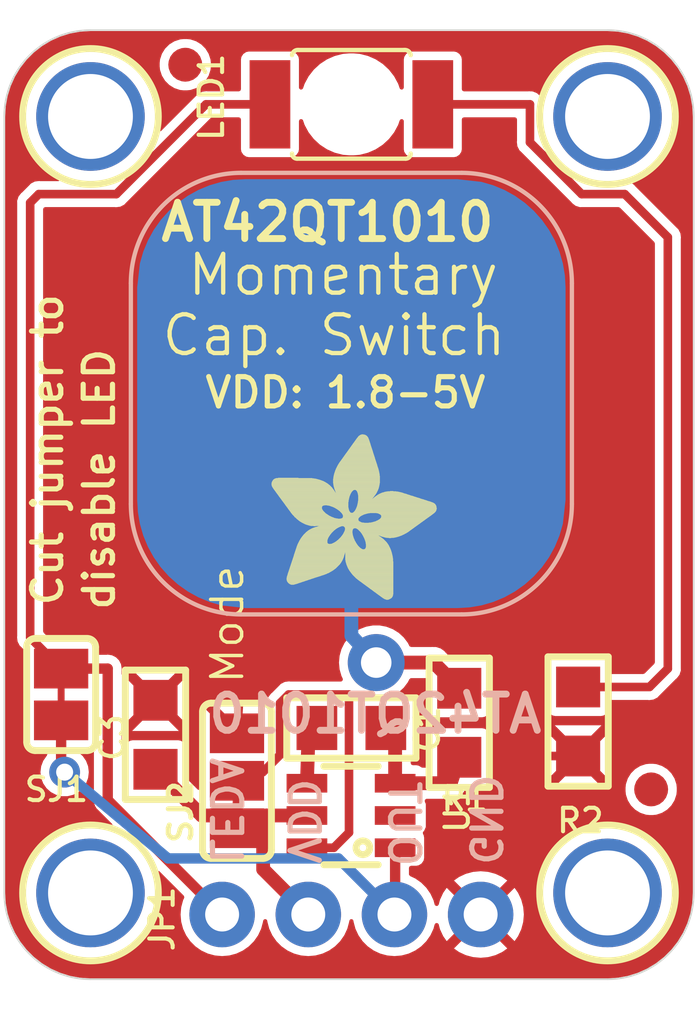
<source format=kicad_pcb>
(kicad_pcb (version 20221018) (generator pcbnew)
  (layers (0 "F.Cu" signal) (31 "B.Cu" signal) (34 "B.Paste" user) (35 "F.Paste" user) (36 "B.SilkS" user "B.Silkscreen") (37 "F.SilkS" user "F.Silkscreen") (38 "B.Mask" user) (39 "F.Mask" user) (44 "Edge.Cuts" user))
  (net 0 "")
  (net 1 "CAPPAD")
  (net 2 "GND")
  (net 3 "N$3")
  (net 4 "N$4")
  (net 5 "VDD")
  (net 6 "N$6")
  (net 7 "LEDA")
  (net 8 "OUT")
  (footprint "working:SOLDERJUMPER_CLOSEDWIRE" (layer "F.Cu") (at 140.0161 110.5916 90)
    (fp_text reference "SJ1" (at -2.794 -1.143) (layer "F.SilkS") (effects (font (size 0.692831 0.692831) (thickness 0.119969)) (justify left)))
    (fp_text value "LED")
    (pad "1" smd rect (at -0.762 0 90) (size 1.1684 1.6002) (layers "F.Cu" "F.Mask") (net 8 "OUT"))
    (pad "2" smd rect (at 0.762 0 90) (size 1.1684 1.6002) (layers "F.Cu" "F.Mask") (net 7 "LEDA"))
    (pad "WIRE" smd rect (at 0 0 90) (size 0.635 0.2032) (layers "F.Cu" "F.Mask"))
  )
  (footprint "working:MOUNTINGHOLE_2.5_PLATED" (layer "F.Cu") (at 140.8811 116.4336)
    (fp_text reference "U$9" hide)
    (fp_text value "MOUNTINGHOLE2.5" hide)
    (pad "P$1" thru_hole circle (at 0 0) (size 3.2 3.2) (drill 2.5) (layers "*.Cu" "*.Mask"))
    (zone (net 0) (net_name "") (layer "F.Cu") (connect_pads (clearance 0)) (min_thickness 0.25)
      (keepout (tracks not_allowed) (vias not_allowed) (pads not_allowed) (copperpour not_allowed) (footprints allowed))
      (fill (thermal_gap 0.5) (thermal_bridge_width 0.5))
      (polygon (pts (xy 142.8971 116.4336) (xy 142.87748 116.153027) (xy 142.819004 115.877915) (xy 142.722808 115.613619) (xy 142.590765 115.365283) (xy 142.425446 115.13774) (xy 142.230067 114.93542) (xy 142.008433 114.76226) (xy 141.764856 114.621631) (xy 141.504078 114.51627) (xy 141.231175 114.448228) (xy 140.951457 114.418828) (xy 140.670371 114.428644) (xy 140.393385 114.477484) (xy 140.125893 114.564397) (xy 139.8731 114.687693) (xy 139.639926 114.84497) (xy 139.430911 115.033169) (xy 139.250122 115.248625) (xy 139.101078 115.487145) (xy 138.98668 115.744087) (xy 138.909154 116.01445) (xy 138.870011 116.292971) (xy 138.870011 116.574229) (xy 138.909154 116.85275) (xy 138.98668 117.123113) (xy 139.101078 117.380055) (xy 139.250122 117.618575) (xy 139.430911 117.834031) (xy 139.639926 118.02223) (xy 139.8731 118.179507) (xy 140.125893 118.302803) (xy 140.393385 118.389716) (xy 140.670371 118.438556) (xy 140.951457 118.448372) (xy 141.231175 118.418972) (xy 141.504078 118.35093) (xy 141.764856 118.245569) (xy 142.008433 118.10494) (xy 142.230067 117.93178) (xy 142.425446 117.72946) (xy 142.590765 117.501917) (xy 142.722808 117.253581) (xy 142.819004 116.989285) (xy 142.87748 116.714173)))
      (polygon (pts (xy 140.8651 116.4336) (xy 140.869786 116.444914) (xy 140.8811 116.4496) (xy 140.892414 116.444914) (xy 140.8971 116.4336) (xy 140.892414 116.422286) (xy 140.8811 116.4176) (xy 140.869786 116.422286)))
    )
  )
  (footprint "working:MOUNTINGHOLE_2.5_PLATED" (layer "F.Cu") (at 156.1211 116.4336)
    (fp_text reference "U$6" hide)
    (fp_text value "MOUNTINGHOLE2.5" hide)
    (pad "P$1" thru_hole circle (at 0 0) (size 3.2 3.2) (drill 2.5) (layers "*.Cu" "*.Mask"))
    (zone (net 0) (net_name "") (layer "F.Cu") (connect_pads (clearance 0)) (min_thickness 0.25)
      (keepout (tracks not_allowed) (vias not_allowed) (pads not_allowed) (copperpour not_allowed) (footprints allowed))
      (fill (thermal_gap 0.5) (thermal_bridge_width 0.5))
      (polygon (pts (xy 158.1371 116.4336) (xy 158.11748 116.153027) (xy 158.059004 115.877915) (xy 157.962808 115.613619) (xy 157.830765 115.365283) (xy 157.665446 115.13774) (xy 157.470067 114.93542) (xy 157.248433 114.76226) (xy 157.004856 114.621631) (xy 156.744078 114.51627) (xy 156.471175 114.448228) (xy 156.191457 114.418828) (xy 155.910371 114.428644) (xy 155.633385 114.477484) (xy 155.365893 114.564397) (xy 155.1131 114.687693) (xy 154.879926 114.84497) (xy 154.670911 115.033169) (xy 154.490122 115.248625) (xy 154.341078 115.487145) (xy 154.22668 115.744087) (xy 154.149154 116.01445) (xy 154.110011 116.292971) (xy 154.110011 116.574229) (xy 154.149154 116.85275) (xy 154.22668 117.123113) (xy 154.341078 117.380055) (xy 154.490122 117.618575) (xy 154.670911 117.834031) (xy 154.879926 118.02223) (xy 155.1131 118.179507) (xy 155.365893 118.302803) (xy 155.633385 118.389716) (xy 155.910371 118.438556) (xy 156.191457 118.448372) (xy 156.471175 118.418972) (xy 156.744078 118.35093) (xy 157.004856 118.245569) (xy 157.248433 118.10494) (xy 157.470067 117.93178) (xy 157.665446 117.72946) (xy 157.830765 117.501917) (xy 157.962808 117.253581) (xy 158.059004 116.989285) (xy 158.11748 116.714173)))
      (polygon (pts (xy 156.1051 116.4336) (xy 156.109786 116.444914) (xy 156.1211 116.4496) (xy 156.132414 116.444914) (xy 156.1371 116.4336) (xy 156.132414 116.422286) (xy 156.1211 116.4176) (xy 156.109786 116.422286)))
    )
  )
  (footprint "working:SOLDERJUMPER_2WAY_OPEN_NOPASTE" (layer "F.Cu") (at 145.1991 113.1316 90)
    (fp_text reference "SJ2" (at -1.905 -1.27 90) (layer "F.SilkS") (effects (font (size 0.666496 0.666496) (thickness 0.146304)) (justify left bottom)))
    (fp_text value "MODE")
    (pad "1" smd rect (at -1.397 0 90) (size 1.1684 1.6002) (layers "F.Cu" "F.Mask") (net 5 "VDD"))
    (pad "2" smd rect (at 0 0 90) (size 1.1684 1.6002) (layers "F.Cu" "F.Paste" "F.Mask") (net 5 "VDD"))
    (pad "3" smd rect (at 1.397 0 90) (size 1.1684 1.6002) (layers "F.Cu" "F.Mask") (net 2 "GND"))
  )
  (footprint "working:1X04_ROUND_76" (layer "F.Cu") (at 148.5711 117.0686)
    (fp_text reference "JP1" (at -5.5818 1.1492 90) (layer "F.SilkS") (effects (font (size 0.692831 0.692831) (thickness 0.119969)) (justify left)))
    (fp_text value "")
    (pad "1" thru_hole circle (at -3.81 0 90) (size 1.9304 1.9304) (drill 1) (layers "*.Cu" "*.Mask") (net 7 "LEDA"))
    (pad "2" thru_hole circle (at -1.27 0 90) (size 1.9304 1.9304) (drill 1) (layers "*.Cu" "*.Mask") (net 5 "VDD"))
    (pad "3" thru_hole circle (at 1.27 0 90) (size 1.9304 1.9304) (drill 1) (layers "*.Cu" "*.Mask") (net 8 "OUT"))
    (pad "4" thru_hole circle (at 3.81 0 90) (size 1.9304 1.9304) (drill 1) (layers "*.Cu" "*.Mask") (net 2 "GND"))
  )
  (footprint "working:PLCC2_REVMOUNT" (layer "F.Cu") (at 148.5711 93.2166 180)
    (fp_text reference "LED1" (at 4.125 1.558 90) (layer "F.SilkS") (effects (font (size 0.692831 0.692831) (thickness 0.119969)) (justify right)))
    (fp_text value "LS T77K-J1L2-1-0-2-R18-Z")
    (pad "" np_thru_hole circle (at 0 0 180) (size 2.5 2.5) (drill 2.5) (layers "*.Cu" "*.Mask"))
    (pad "A" smd rect (at 2.4 0 180) (size 1.2 2.6) (layers "F.Cu" "F.Paste" "F.Mask") (net 7 "LEDA"))
    (pad "K" smd rect (at -2.4 0 180) (size 1.2 2.6) (layers "F.Cu" "F.Paste" "F.Mask") (net 6 "N$6"))
  )
  (footprint "working:MOUNTINGHOLE_2.5_PLATED" (layer "F.Cu") (at 156.1211 93.5736)
    (fp_text reference "U$10" hide)
    (fp_text value "MOUNTINGHOLE2.5" hide)
    (pad "P$1" thru_hole circle (at 0 0) (size 3.2 3.2) (drill 2.5) (layers "*.Cu" "*.Mask"))
    (zone (net 0) (net_name "") (layer "F.Cu") (connect_pads (clearance 0)) (min_thickness 0.25)
      (keepout (tracks not_allowed) (vias not_allowed) (pads not_allowed) (copperpour not_allowed) (footprints allowed))
      (fill (thermal_gap 0.5) (thermal_bridge_width 0.5))
      (polygon (pts (xy 158.1371 93.5736) (xy 158.11748 93.293027) (xy 158.059004 93.017915) (xy 157.962808 92.753619) (xy 157.830765 92.505283) (xy 157.665446 92.27774) (xy 157.470067 92.07542) (xy 157.248433 91.90226) (xy 157.004856 91.761631) (xy 156.744078 91.65627) (xy 156.471175 91.588228) (xy 156.191457 91.558828) (xy 155.910371 91.568644) (xy 155.633385 91.617484) (xy 155.365893 91.704397) (xy 155.1131 91.827693) (xy 154.879926 91.98497) (xy 154.670911 92.173169) (xy 154.490122 92.388625) (xy 154.341078 92.627145) (xy 154.22668 92.884087) (xy 154.149154 93.15445) (xy 154.110011 93.432971) (xy 154.110011 93.714229) (xy 154.149154 93.99275) (xy 154.22668 94.263113) (xy 154.341078 94.520055) (xy 154.490122 94.758575) (xy 154.670911 94.974031) (xy 154.879926 95.16223) (xy 155.1131 95.319507) (xy 155.365893 95.442803) (xy 155.633385 95.529716) (xy 155.910371 95.578556) (xy 156.191457 95.588372) (xy 156.471175 95.558972) (xy 156.744078 95.49093) (xy 157.004856 95.385569) (xy 157.248433 95.24494) (xy 157.470067 95.07178) (xy 157.665446 94.86946) (xy 157.830765 94.641917) (xy 157.962808 94.393581) (xy 158.059004 94.129285) (xy 158.11748 93.854173)))
      (polygon (pts (xy 156.1051 93.5736) (xy 156.109786 93.584914) (xy 156.1211 93.5896) (xy 156.132414 93.584914) (xy 156.1371 93.5736) (xy 156.132414 93.562286) (xy 156.1211 93.5576) (xy 156.109786 93.562286)))
    )
  )
  (footprint "working:_0805" (layer "F.Cu") (at 151.7511 111.4236 90)
    (fp_text reference "R1" (at -2.24 0.9175) (layer "F.SilkS") (effects (font (size 0.692831 0.692831) (thickness 0.119969)) (justify right)))
    (fp_text value "10K")
    (pad "1" smd rect (at -1.016 0 90) (size 1.2 1.3) (layers "F.Cu" "F.Paste" "F.Mask") (net 4 "N$4"))
    (pad "2" smd rect (at 1.016 0 90) (size 1.2 1.3) (layers "F.Cu" "F.Paste" "F.Mask") (net 1 "CAPPAD"))
  )
  (footprint "working:FIDUCIAL_1MM" (layer "F.Cu") (at 157.4071 113.3856)
    (fp_text reference "FID1" hide)
    (fp_text value "FIDUCIAL\"\"" hide)
    (pad "1" smd roundrect (at 0 0) (size 1 1) (layers "F.Cu" "F.Mask") (roundrect_rratio 0.5))
  )
  (footprint "working:_0805" (layer "F.Cu") (at 142.7971 111.7776 90)
    (fp_text reference "C3" (at -0.8375 -1.27 90) (layer "F.SilkS") (effects (font (size 0.692831 0.692831) (thickness 0.119969)) (justify left)))
    (fp_text value "0.1µF")
    (pad "1" smd rect (at -1.016 0 90) (size 1.2 1.3) (layers "F.Cu" "F.Paste" "F.Mask") (net 5 "VDD"))
    (pad "2" smd rect (at 1.016 0 90) (size 1.2 1.3) (layers "F.Cu" "F.Paste" "F.Mask") (net 2 "GND"))
  )
  (footprint "working:_0805" (layer "F.Cu") (at 148.5711 111.5776 180)
    (fp_text reference "C1" (at -2.24 0.7175 90) (layer "F.SilkS") (effects (font (size 0.692831 0.692831) (thickness 0.119969)) (justify right)))
    (fp_text value "22nF")
    (pad "1" smd rect (at -1.016 0 180) (size 1.2 1.3) (layers "F.Cu" "F.Paste" "F.Mask") (net 4 "N$4"))
    (pad "2" smd rect (at 1.016 0 180) (size 1.2 1.3) (layers "F.Cu" "F.Paste" "F.Mask") (net 3 "N$3"))
  )
  (footprint "working:SOT23-6" (layer "F.Cu") (at 148.5611 114.1536 90)
    (fp_text reference "U1" (at -0.579 3.13 90) (layer "F.SilkS") (effects (font (size 0.692831 0.692831) (thickness 0.119969)) (justify left)))
    (fp_text value "AT42QT1010")
    (pad "1" smd rect (at -0.95 1.3 90) (size 0.55 1.2) (layers "F.Cu" "F.Paste" "F.Mask") (net 8 "OUT"))
    (pad "2" smd rect (at 0 1.3 90) (size 0.55 1.2) (layers "F.Cu" "F.Paste" "F.Mask") (net 2 "GND"))
    (pad "3" smd rect (at 0.95 1.3 90) (size 0.55 1.2) (layers "F.Cu" "F.Paste" "F.Mask") (net 4 "N$4"))
    (pad "4" smd rect (at 0.95 -1.3 90) (size 0.55 1.2) (layers "F.Cu" "F.Paste" "F.Mask") (net 3 "N$3"))
    (pad "5" smd rect (at 0 -1.3 90) (size 0.55 1.2) (layers "F.Cu" "F.Paste" "F.Mask") (net 5 "VDD"))
    (pad "6" smd rect (at -0.95 -1.3 90) (size 0.55 1.2) (layers "F.Cu" "F.Paste" "F.Mask") (net 5 "VDD"))
  )
  (footprint "working:_0805" (layer "F.Cu") (at 155.2551 111.3866 -90)
    (fp_text reference "R2" (at 2.917 0.6885) (layer "F.SilkS") (effects (font (size 0.692831 0.692831) (thickness 0.119969)) (justify left)))
    (fp_text value "1K")
    (pad "1" smd rect (at -1.016 0 270) (size 1.2 1.3) (layers "F.Cu" "F.Paste" "F.Mask") (net 6 "N$6"))
    (pad "2" smd rect (at 1.016 0 270) (size 1.2 1.3) (layers "F.Cu" "F.Paste" "F.Mask") (net 2 "GND"))
  )
  (footprint "working:ADAFRUIT_5MM" (layer "F.Cu") (at 146.2151 107.7976)
    (fp_text reference "U$12" hide)
    (fp_text value "" hide)
  )
  (footprint "working:FIDUCIAL_1MM" (layer "F.Cu") (at 143.6751 92.0496)
    (fp_text reference "FID2" hide)
    (fp_text value "FIDUCIAL\"\"" hide)
    (pad "1" smd roundrect (at 0 0) (size 1 1) (layers "F.Cu" "F.Mask") (roundrect_rratio 0.5))
  )
  (footprint "working:MOUNTINGHOLE_2.5_PLATED" (layer "F.Cu") (at 140.8811 93.5736)
    (fp_text reference "U$11" hide)
    (fp_text value "MOUNTINGHOLE2.5" hide)
    (pad "P$1" thru_hole circle (at 0 0) (size 3.2 3.2) (drill 2.5) (layers "*.Cu" "*.Mask"))
    (zone (net 0) (net_name "") (layer "F.Cu") (connect_pads (clearance 0)) (min_thickness 0.25)
      (keepout (tracks not_allowed) (vias not_allowed) (pads not_allowed) (copperpour not_allowed) (footprints allowed))
      (fill (thermal_gap 0.5) (thermal_bridge_width 0.5))
      (polygon (pts (xy 142.8971 93.5736) (xy 142.87748 93.293027) (xy 142.819004 93.017915) (xy 142.722808 92.753619) (xy 142.590765 92.505283) (xy 142.425446 92.27774) (xy 142.230067 92.07542) (xy 142.008433 91.90226) (xy 141.764856 91.761631) (xy 141.504078 91.65627) (xy 141.231175 91.588228) (xy 140.951457 91.558828) (xy 140.670371 91.568644) (xy 140.393385 91.617484) (xy 140.125893 91.704397) (xy 139.8731 91.827693) (xy 139.639926 91.98497) (xy 139.430911 92.173169) (xy 139.250122 92.388625) (xy 139.101078 92.627145) (xy 138.98668 92.884087) (xy 138.909154 93.15445) (xy 138.870011 93.432971) (xy 138.870011 93.714229) (xy 138.909154 93.99275) (xy 138.98668 94.263113) (xy 139.101078 94.520055) (xy 139.250122 94.758575) (xy 139.430911 94.974031) (xy 139.639926 95.16223) (xy 139.8731 95.319507) (xy 140.125893 95.442803) (xy 140.393385 95.529716) (xy 140.670371 95.578556) (xy 140.951457 95.588372) (xy 141.231175 95.558972) (xy 141.504078 95.49093) (xy 141.764856 95.385569) (xy 142.008433 95.24494) (xy 142.230067 95.07178) (xy 142.425446 94.86946) (xy 142.590765 94.641917) (xy 142.722808 94.393581) (xy 142.819004 94.129285) (xy 142.87748 93.854173)))
      (polygon (pts (xy 140.8651 93.5736) (xy 140.869786 93.584914) (xy 140.8811 93.5896) (xy 140.892414 93.584914) (xy 140.8971 93.5736) (xy 140.892414 93.562286) (xy 140.8811 93.5576) (xy 140.869786 93.562286)))
    )
  )
  (footprint "working:CAPTOUCH_SIMPLE_12.5MM" (layer "B.Cu") (at 148.5711 101.7336 180)
    (fp_text reference "SW1" hide)
    (fp_text value "Cap pad" hide)
    (fp_poly (pts (xy 3.48201 6.293551) (xy 3.83453 6.233655) (xy 4.178128 6.134666) (xy 4.508482 5.99783) (xy 4.821437 5.824865) (xy 5.11306 5.617948) (xy 5.379681 5.379681) (xy 5.617948 5.11306) (xy 5.824865 4.821437) (xy 5.99783 4.508482) (xy 6.134666 4.178128) (xy 6.234151 3.83281) (xy 6.3135 3.128566) (xy 6.3135 -3.126782) (xy 6.293551 -3.48201) (xy 6.233655 -3.83453) (xy 6.134666 -4.178128) (xy 5.99783 -4.508482) (xy 5.824865 -4.821437) (xy 5.617948 -5.11306) (xy 5.379681 -5.379681) (xy 5.11306 -5.617948) (xy 4.821437 -5.824865) (xy 4.508482 -5.99783) (xy 4.178128 -6.134666) (xy 3.83281 -6.234151) (xy 3.128566 -6.3135) (xy -3.126782 -6.3135) (xy -3.48201 -6.293551) (xy -3.83453 -6.233655) (xy -4.178128 -6.134666) (xy -4.508482 -5.99783) (xy -4.821437 -5.824865) (xy -5.11306 -5.617948) (xy -5.379681 -5.379681) (xy -5.617948 -5.11306) (xy -5.824865 -4.821437) (xy -5.99783 -4.508482) (xy -6.134666 -4.178128) (xy -6.234151 -3.83281) (xy -6.3135 -3.128566) (xy -6.3135 3.126782) (xy -6.293551 3.48201) (xy -6.233655 3.83453) (xy -6.134666 4.178128) (xy -5.99783 4.508482) (xy -5.824865 4.821437) (xy -5.617948 5.11306) (xy -5.379681 5.379681) (xy -5.11306 5.617948) (xy -4.821437 5.824865) (xy -4.508482 5.99783) (xy -4.178128 6.134666) (xy -3.83281 6.234151) (xy -3.128566 6.3135) (xy 3.126782 6.3135)) (fill solid) (layer "F.Cu"))
    (fp_poly (pts (xy 3.48201 6.293551) (xy 3.83453 6.233655) (xy 4.178128 6.134666) (xy 4.508482 5.99783) (xy 4.821437 5.824865) (xy 5.11306 5.617948) (xy 5.379681 5.379681) (xy 5.617948 5.11306) (xy 5.824865 4.821437) (xy 5.99783 4.508482) (xy 6.134666 4.178128) (xy 6.234151 3.83281) (xy 6.3135 3.128566) (xy 6.3135 -3.126782) (xy 6.293551 -3.48201) (xy 6.233655 -3.83453) (xy 6.134666 -4.178128) (xy 5.99783 -4.508482) (xy 5.824865 -4.821437) (xy 5.617948 -5.11306) (xy 5.379681 -5.379681) (xy 5.11306 -5.617948) (xy 4.821437 -5.824865) (xy 4.508482 -5.99783) (xy 4.178128 -6.134666) (xy 3.83281 -6.234151) (xy 3.128566 -6.3135) (xy -3.126782 -6.3135) (xy -3.48201 -6.293551) (xy -3.83453 -6.233655) (xy -4.178128 -6.134666) (xy -4.508482 -5.99783) (xy -4.821437 -5.824865) (xy -5.11306 -5.617948) (xy -5.379681 -5.379681) (xy -5.617948 -5.11306) (xy -5.824865 -4.821437) (xy -5.99783 -4.508482) (xy -6.134666 -4.178128) (xy -6.234151 -3.83281) (xy -6.3135 -3.128566) (xy -6.3135 3.126782) (xy -6.293551 3.48201) (xy -6.233655 3.83453) (xy -6.134666 4.178128) (xy -5.99783 4.508482) (xy -5.824865 4.821437) (xy -5.617948 5.11306) (xy -5.379681 5.379681) (xy -5.11306 5.617948) (xy -4.821437 5.824865) (xy -4.508482 5.99783) (xy -4.178128 6.134666) (xy -3.83281 6.234151) (xy -3.128566 6.3135) (xy 3.126782 6.3135)) (fill solid) (layer "B.Cu"))
    (pad "E" smd rect (at 0 -5.95 180) (size 1.27 0.635) (layers "B.Cu" "B.Paste") (net 1 "CAPPAD"))
    (pad "G" smd rect (at 0 -6.2 180) (size 0.1 0.1) (layers "F.Cu" "F.Paste") (net 2 "GND"))
  )
  (gr_arc (start 140.8811 118.9736) (mid 139.085049 118.229651) (end 138.3411 116.4336) (stroke (width 0.05)) (layer "Edge.Cuts"))
  (gr_line (start 156.1211 118.9736) (end 140.8811 118.9736) (stroke (width 0.05)) (layer "Edge.Cuts"))
  (gr_arc (start 158.6611 116.4336) (mid 157.917151 118.229651) (end 156.1211 118.9736) (stroke (width 0.05)) (layer "Edge.Cuts"))
  (gr_arc (start 156.1211 91.0336) (mid 157.917151 91.777549) (end 158.6611 93.5736) (stroke (width 0.05)) (layer "Edge.Cuts"))
  (gr_line (start 138.3411 116.4336) (end 138.3411 93.5736) (stroke (width 0.05)) (layer "Edge.Cuts"))
  (gr_line (start 140.8811 91.0336) (end 156.1211 91.0336) (stroke (width 0.05)) (layer "Edge.Cuts"))
  (gr_arc (start 138.3411 93.5736) (mid 139.085049 91.777549) (end 140.8811 91.0336) (stroke (width 0.05)) (layer "Edge.Cuts"))
  (gr_line (start 158.6611 93.5736) (end 158.6611 116.4336) (stroke (width 0.05)) (layer "Edge.Cuts"))
  (gr_text "VDD" (at 146.6491 115.6536 -90) (layer "B.SilkS") (effects (font (size 0.8636 0.8636) (thickness 0.1524)) (justify left bottom mirror)))
  (gr_text "OUT" (at 149.6131 115.7336 -90) (layer "B.SilkS") (effects (font (size 0.8636 0.8636) (thickness 0.1524)) (justify left bottom mirror)))
  (gr_text "GND" (at 152.0031 115.6936 -90) (layer "B.SilkS") (effects (font (size 0.8636 0.8636) (thickness 0.1524)) (justify left bottom mirror)))
  (gr_text "LEDA" (at 144.3631 115.6536 -90) (layer "B.SilkS") (effects (font (size 0.8636 0.8636) (thickness 0.1524)) (justify left bottom mirror)))
  (gr_text "AT42QT1010" (at 154.2861 111.7866) (layer "B.SilkS") (effects (font (size 1.0668 1.0668) (thickness 0.2032)) (justify left bottom mirror)))
  (gr_text "disable LED" (at 141.6431 108.1786 90) (layer "F.SilkS") (effects (font (size 0.8636 0.8636) (thickness 0.1524)) (justify left bottom)))
  (gr_text "Cut jumper to" (at 140.1191 108.0516 90) (layer "F.SilkS") (effects (font (size 0.8636 0.8636) (thickness 0.1524)) (justify left bottom)))
  (gr_text "Cap. Switch" (at 142.9131 100.6856) (layer "F.SilkS") (effects (font (size 1.143 1.143) (thickness 0.127)) (justify left bottom)))
  (gr_text "AT42QT1010" (at 142.8561 97.3086) (layer "F.SilkS") (effects (font (size 1.0668 1.0668) (thickness 0.2032)) (justify left bottom)))
  (gr_text "Mode" (at 145.4531 110.3376 90) (layer "F.SilkS") (effects (font (size 0.9144 0.9144) (thickness 0.1016)) (justify left bottom)))
  (gr_text "VDD: 1.8-5V" (at 144.1831 102.2096) (layer "F.SilkS") (effects (font (size 0.8636 0.8636) (thickness 0.1524)) (justify left bottom)))
  (gr_text "Momentary" (at 143.6751 98.9076) (layer "F.SilkS") (effects (font (size 1.143 1.143) (thickness 0.127)) (justify left bottom)))
  (segment (start 151.7511 110.4076) (end 150.9951 109.6516) (width 0.4064) (layer "F.Cu") (net 1))
  (segment (start 150.9951 109.6516) (end 149.3031 109.6516) (width 0.4064) (layer "F.Cu") (net 1))
  (via (at 149.3031 109.6516) (size 1.6764) (drill 0.9) (layers "F.Cu" "B.Cu") (net 1))
  (segment (start 148.5711 107.6836) (end 148.5711 108.8596) (width 0.4064) (layer "B.Cu") (net 1))
  (segment (start 148.5711 108.8596) (end 149.3031 109.6516) (width 0.4064) (layer "B.Cu") (net 1))
  (segment (start 142.807894 96.681422) (end 143.012695 96.420013) (width 1.016) (layer "F.Cu") (net 2))
  (segment (start 154.188666 107.254288) (end 153.936248 107.45588) (width 1.016) (layer "F.Cu") (net 2))
  (segment (start 153.8681 112.4026) (end 155.2551 112.4026) (width 0.254) (layer "F.Cu") (net 2))
  (segment (start 153.8351 112.3696) (end 153.8681 112.4026) (width 0.254) (layer "F.Cu") (net 2))
  (segment (start 155.051049 97.912124) (end 155.0711 98.2436) (width 1.016) (layer "F.Cu") (net 2))
  (segment (start 144.057213 107.758794) (end 143.760995 107.625477) (width 1.016) (layer "F.Cu") (net 2))
  (segment (start 154.756104 96.965611) (end 154.892395 97.268437) (width 1.016) (layer "F.Cu") (net 2))
  (segment (start 152.4211 107.9436) (end 148.6711 107.9436) (width 1.016) (layer "F.Cu") (net 2))
  (segment (start 142.40101 97.585482) (end 142.499805 97.268437) (width 1.016) (layer "F.Cu") (net 2))
  (segment (start 142.3211 98.2436) (end 142.341151 97.912124) (width 1.016) (layer "F.Cu") (net 2))
  (segment (start 154.144687 96.185195) (end 154.379505 96.420013) (width 1.016) (layer "F.Cu") (net 2))
  (segment (start 143.508922 95.980394) (end 143.793111 95.808596) (width 1.016) (layer "F.Cu") (net 2))
  (segment (start 152.979218 95.57351) (end 153.296263 95.672305) (width 1.016) (layer "F.Cu") (net 2))
  (segment (start 145.3371 109.8276) (end 145.4531 107.9336) (width 0.3048) (layer "F.Cu") (net 2))
  (segment (start 152.3211 95.4936) (end 152.3211 95.4936) (width 1.016) (layer "F.Cu") (net 2))
  (segment (start 144.686856 107.913987) (end 144.367341 107.855433) (width 1.016) (layer "F.Cu") (net 2))
  (segment (start 154.379505 96.420013) (end 154.584306 96.681422) (width 1.016) (layer "F.Cu") (net 2))
  (segment (start 144.739624 95.513651) (end 145.0711 95.4936) (width 1.016) (layer "F.Cu") (net 2))
  (segment (start 142.636096 96.965611) (end 142.807894 96.681422) (width 1.016) (layer "F.Cu") (net 2))
  (segment (start 155.0711 105.2436) (end 155.0711 105.2436) (width 1.016) (layer "F.Cu") (net 2))
  (segment (start 148.5711 107.9336) (end 145.4531 107.9336) (width 1.016) (layer "F.Cu") (net 2))
  (segment (start 154.99119 97.585482) (end 155.051049 97.912124) (width 1.016) (layer "F.Cu") (net 2))
  (segment (start 144.095937 95.672305) (end 144.412982 95.57351) (width 1.016) (layer "F.Cu") (net 2))
  (segment (start 152.3211 95.4936) (end 152.652576 95.513651) (width 1.016) (layer "F.Cu") (net 2))
  (segment (start 153.368043 107.760903) (end 153.060543 107.859886) (width 1.016) (layer "F.Cu") (net 2))
  (segment (start 153.883278 95.980394) (end 154.144687 96.185195) (width 1.016) (layer "F.Cu") (net 2))
  (segment (start 154.906134 106.193793) (end 154.776313 106.489598) (width 1.016) (layer "F.Cu") (net 2))
  (segment (start 154.584306 96.681422) (end 154.756104 96.965611) (width 1.016) (layer "F.Cu") (net 2))
  (segment (start 142.340713 105.567844) (end 142.3211 105.2436) (width 1.016) (layer "F.Cu") (net 2))
  (segment (start 153.504287 108.448698) (end 153.64566 108.6506) (width 0.254) (layer "F.Cu") (net 2))
  (segment (start 152.3711 95.5436) (end 152.3211 95.4936) (width 1.016) (layer "F.Cu") (net 2))
  (segment (start 143.483006 107.457427) (end 143.2273 107.257094) (width 1.016) (layer "F.Cu") (net 2))
  (segment (start 154.892395 97.268437) (end 154.99119 97.585482) (width 1.016) (layer "F.Cu") (net 2))
  (segment (start 153.936248 107.45588) (end 153.661371 107.625577) (width 1.016) (layer "F.Cu") (net 2))
  (segment (start 142.797273 106.771694) (end 142.629223 106.493705) (width 1.016) (layer "F.Cu") (net 2))
  (segment (start 143.793111 95.808596) (end 144.095937 95.672305) (width 1.016) (layer "F.Cu") (net 2))
  (segment (start 152.743353 107.921083) (end 152.4211 107.9436) (width 1.016) (layer "F.Cu") (net 2))
  (segment (start 142.499805 97.268437) (end 142.636096 96.965611) (width 1.016) (layer "F.Cu") (net 2))
  (segment (start 152.4211 107.9436) (end 152.4211 107.9436) (width 0.254) (layer "F.Cu") (net 2))
  (segment (start 155.0711 105.2436) (end 155.05461 105.566218) (width 1.016) (layer "F.Cu") (net 2))
  (segment (start 142.495906 106.197487) (end 142.399267 105.887359) (width 1.016) (layer "F.Cu") (net 2))
  (segment (start 153.64566 108.6506) (end 153.749825 108.873984) (width 0.254) (layer "F.Cu") (net 2))
  (segment (start 144.412982 95.57351) (end 144.739624 95.513651) (width 1.016) (layer "F.Cu") (net 2))
  (segment (start 145.0111 107.9336) (end 145.0111 107.9336) (width 1.016) (layer "F.Cu") (net 2))
  (segment (start 143.2273 107.257094) (end 142.997606 107.0274) (width 1.016) (layer "F.Cu") (net 2))
  (segment (start 155.0711 98.2436) (end 155.0711 105.2436) (width 1.016) (layer "F.Cu") (net 2))
  (segment (start 153.599089 95.808596) (end 153.883278 95.980394) (width 1.016) (layer "F.Cu") (net 2))
  (segment (start 145.4531 107.9336) (end 145.0111 107.9336) (width 1.016) (layer "F.Cu") (net 2))
  (segment (start 154.999352 105.884496) (end 154.906134 106.193793) (width 1.016) (layer "F.Cu") (net 2))
  (segment (start 143.760995 107.625477) (end 143.483006 107.457427) (width 1.016) (layer "F.Cu") (net 2))
  (segment (start 153.296263 95.672305) (end 153.599089 95.808596) (width 1.016) (layer "F.Cu") (net 2))
  (segment (start 155.05461 105.566218) (end 154.999352 105.884496) (width 1.016) (layer "F.Cu") (net 2))
  (segment (start 154.611783 106.767599) (end 154.414944 107.02374) (width 1.016) (layer "F.Cu") (net 2))
  (segment (start 142.399267 105.887359) (end 142.340713 105.567844) (width 1.016) (layer "F.Cu") (net 2))
  (segment (start 142.3211 105.2436) (end 142.3211 98.2436) (width 1.016) (layer "F.Cu") (net 2))
  (segment (start 145.0111 107.9336) (end 144.686856 107.913987) (width 1.016) (layer "F.Cu") (net 2))
  (segment (start 152.3711 95.5436) (end 152.3711 95.5436) (width 1.016) (layer "F.Cu") (net 2))
  (segment (start 153.8351 109.3576) (end 153.8351 112.3696) (width 0.254) (layer "F.Cu") (net 2))
  (segment (start 153.8351 112.3696) (end 153.8351 112.3696) (width 0.254) (layer "F.Cu") (net 2))
  (segment (start 142.629223 106.493705) (end 142.495906 106.197487) (width 1.016) (layer "F.Cu") (net 2))
  (segment (start 153.1281 108.13304) (end 153.330002 108.274413) (width 0.254) (layer "F.Cu") (net 2))
  (segment (start 144.367341 107.855433) (end 144.057213 107.758794) (width 1.016) (layer "F.Cu") (net 2))
  (segment (start 153.330002 108.274413) (end 153.504287 108.448698) (width 0.254) (layer "F.Cu") (net 2))
  (segment (start 143.012695 96.420013) (end 143.247513 96.185195) (width 1.016) (layer "F.Cu") (net 2))
  (segment (start 153.749825 108.873984) (end 153.8351 109.3576) (width 0.254) (layer "F.Cu") (net 2))
  (segment (start 152.652576 95.513651) (end 152.979218 95.57351) (width 1.016) (layer "F.Cu") (net 2))
  (segment (start 153.661371 107.625577) (end 153.368043 107.760903) (width 1.016) (layer "F.Cu") (net 2))
  (segment (start 152.666639 107.965082) (end 152.904716 108.028875) (width 0.254) (layer "F.Cu") (net 2))
  (segment (start 142.997606 107.0274) (end 142.797273 106.771694) (width 1.016) (layer "F.Cu") (net 2))
  (segment (start 143.247513 96.185195) (end 143.508922 95.980394) (width 1.016) (layer "F.Cu") (net 2))
  (segment (start 154.776313 106.489598) (end 154.611783 106.767599) (width 1.016) (layer "F.Cu") (net 2))
  (segment (start 145.3281 109.8276) (end 145.3371 109.8276) (width 0.254) (layer "F.Cu") (net 2))
  (segment (start 145.0711 95.4936) (end 152.3211 95.4936) (width 1.016) (layer "F.Cu") (net 2))
  (segment (start 142.341151 97.912124) (end 142.40101 97.585482) (width 1.016) (layer "F.Cu") (net 2))
  (segment (start 152.4211 107.9436) (end 152.666639 107.965082) (width 0.254) (layer "F.Cu") (net 2))
  (segment (start 152.904716 108.028875) (end 153.1281 108.13304) (width 0.254) (layer "F.Cu") (net 2))
  (segment (start 142.3211 98.2436) (end 142.3211 98.2436) (width 1.016) (layer "F.Cu") (net 2))
  (segment (start 154.414944 107.02374) (end 154.188666 107.254288) (width 1.016) (layer "F.Cu") (net 2))
  (segment (start 153.060543 107.859886) (end 152.743353 107.921083) (width 1.016) (layer "F.Cu") (net 2))
  (segment (start 145.1991 111.7346) (end 145.3281 109.8276) (width 0.254) (layer "F.Cu") (net 2))
  (segment (start 147.2611 113.2036) (end 147.3011 111.9736) (width 0.4064) (layer "F.Cu") (net 3))
  (segment (start 147.3011 111.9736) (end 147.5551 111.5776) (width 0.4064) (layer "F.Cu") (net 3))
  (segment (start 151.4991 113.2036) (end 151.7511 112.4396) (width 0.4064) (layer "F.Cu") (net 4))
  (segment (start 149.8611 111.8516) (end 149.8611 113.2036) (width 0.4064) (layer "F.Cu") (net 4))
  (segment (start 149.8611 113.2036) (end 151.4991 113.2036) (width 0.4064) (layer "F.Cu") (net 4))
  (segment (start 149.5871 111.5776) (end 149.8611 111.8516) (width 0.4064) (layer "F.Cu") (net 4))
  (segment (start 148.5011 110.5916) (end 146.7231 110.5916) (width 0.254) (layer "F.Cu") (net 5))
  (segment (start 146.7231 110.5916) (end 146.4691 110.8456) (width 0.254) (layer "F.Cu") (net 5))
  (segment (start 145.1991 113.8996) (end 145.1991 114.5286) (width 0.254) (layer "F.Cu") (net 5))
  (segment (start 145.9711 115.7386) (end 147.3011 117.0686) (width 0.4064) (layer "F.Cu") (net 5))
  (segment (start 145.9711 114.2536) (end 145.9711 115.7386) (width 0.4064) (layer "F.Cu") (net 5))
  (segment (start 144.1571 114.1536) (end 144.8241 114.1536) (width 0.3048) (layer "F.Cu") (net 5))
  (segment (start 147.2611 115.1036) (end 147.2011 115.1636) (width 0.254) (layer "F.Cu") (net 5))
  (segment (start 145.4531 112.8776) (end 145.1991 113.1316) (width 0.254) (layer "F.Cu") (net 5))
  (segment (start 144.1571 114.1536) (end 146.0711 114.1536) (width 0.4064) (layer "F.Cu") (net 5))
  (segment (start 148.5011 114.6556) (end 148.5011 110.5916) (width 0.254) (layer "F.Cu") (net 5))
  (segment (start 145.1991 114.5286) (end 145.1991 113.1316) (width 0.254) (layer "F.Cu") (net 5))
  (segment (start 146.4691 110.8456) (end 146.4691 112.3696) (width 0.254) (layer "F.Cu") (net 5))
  (segment (start 145.9611 112.8776) (end 145.4531 112.8776) (width 0.254) (layer "F.Cu") (net 5))
  (segment (start 147.2611 114.1536) (end 146.0711 114.1536) (width 0.4064) (layer "F.Cu") (net 5))
  (segment (start 148.0531 115.1036) (end 148.5011 114.6556) (width 0.254) (layer "F.Cu") (net 5))
  (segment (start 142.7971 112.7936) (end 144.1571 114.1536) (width 0.4064) (layer "F.Cu") (net 5))
  (segment (start 144.8241 114.1536) (end 145.1991 114.5286) (width 0.3048) (layer "F.Cu") (net 5))
  (segment (start 146.4691 112.3696) (end 145.9611 112.8776) (width 0.254) (layer "F.Cu") (net 5))
  (segment (start 147.2611 115.1036) (end 148.0531 115.1036) (width 0.254) (layer "F.Cu") (net 5))
  (segment (start 145.9711 114.2536) (end 146.0711 114.1536) (width 0.4064) (layer "F.Cu") (net 5))
  (segment (start 150.9711 93.2166) (end 153.8351 93.2166) (width 0.254) (layer "F.Cu") (net 6))
  (segment (start 153.8351 94.3356) (end 155.3591 95.8596) (width 0.254) (layer "F.Cu") (net 6))
  (segment (start 153.8351 93.2166) (end 153.8351 94.3356) (width 0.254) (layer "F.Cu") (net 6))
  (segment (start 155.3591 95.8596) (end 156.6291 95.8596) (width 0.254) (layer "F.Cu") (net 6))
  (segment (start 157.8991 109.8296) (end 157.3581 110.3706) (width 0.254) (layer "F.Cu") (net 6))
  (segment (start 157.3581 110.3706) (end 155.2551 110.3706) (width 0.254) (layer "F.Cu") (net 6))
  (segment (start 157.8991 97.1296) (end 157.8991 109.8296) (width 0.254) (layer "F.Cu") (net 6))
  (segment (start 151.0181 93.1696) (end 150.9711 93.2166) (width 0.4064) (layer "F.Cu") (net 6))
  (segment (start 156.6291 95.8596) (end 157.8991 97.1296) (width 0.254) (layer "F.Cu") (net 6))
  (segment (start 141.6431 95.8596) (end 139.3571 95.8596) (width 0.254) (layer "F.Cu") (net 7))
  (segment (start 139.1031 108.9166) (end 140.0161 109.8296) (width 0.254) (layer "F.Cu") (net 7))
  (segment (start 141.3891 109.8296) (end 141.3891 113.6966) (width 0.3048) (layer "F.Cu") (net 7))
  (segment (start 141.3891 113.6966) (end 144.7611 117.0686) (width 0.3048) (layer "F.Cu") (net 7))
  (segment (start 141.3891 109.8296) (end 140.0161 109.8296) (width 0.3048) (layer "F.Cu") (net 7))
  (segment (start 144.2861 93.2166) (end 141.6431 95.8596) (width 0.254) (layer "F.Cu") (net 7))
  (segment (start 139.1031 96.1136) (end 139.1031 108.9166) (width 0.254) (layer "F.Cu") (net 7))
  (segment (start 144.2861 93.2166) (end 146.1711 93.2166) (width 0.254) (layer "F.Cu") (net 7))
  (segment (start 139.3571 95.8596) (end 139.1031 96.1136) (width 0.254) (layer "F.Cu") (net 7))
  (segment (start 149.8611 117.0486) (end 149.8411 117.0686) (width 0.3048) (layer "F.Cu") (net 8))
  (segment (start 140.0161 111.3536) (end 140.0161 112.5206) (width 0.3048) (layer "F.Cu") (net 8))
  (segment (start 149.8611 115.1036) (end 149.8611 117.0486) (width 0.3048) (layer "F.Cu") (net 8))
  (segment (start 140.0161 112.5206) (end 140.1191 112.8776) (width 0.3048) (layer "F.Cu") (net 8))
  (via (at 140.1191 112.8776) (size 0.9064) (drill 0.5) (layers "F.Cu" "B.Cu") (net 8))
  (segment (start 140.1191 112.8776) (end 143.1671 115.4176) (width 0.3048) (layer "B.Cu") (net 8))
  (segment (start 143.1671 115.4176) (end 148.1901 115.4176) (width 0.3048) (layer "B.Cu") (net 8))
  (segment (start 148.1901 115.4176) (end 149.8411 117.0686) (width 0.3048) (layer "B.Cu") (net 8))
  (zone (net 2) (net_name "GND") (layer "F.Cu") (priority 6) (connect_pads (clearance 0.254)) (min_thickness 0.127) (fill yes (thermal_gap 0.304) (thermal_bridge_width 0.304))
    (polygon (pts (xy 158.7881 119.1006) (xy 138.2141 119.1006) (xy 138.2141 90.1446) (xy 158.7881 90.1446)))
  )
)
</source>
